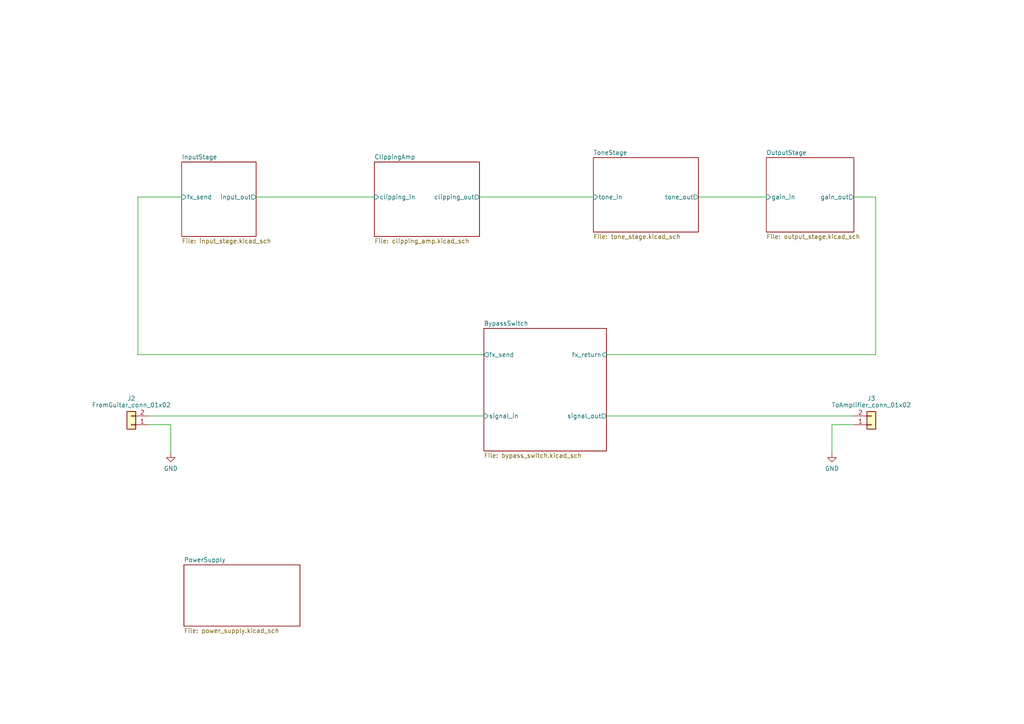
<source format=kicad_sch>
(kicad_sch (version 20230121) (generator eeschema)
  (paper "A4")
  (lib_symbols
    (symbol "Connector_Generic:Conn_01x02" (pin_names (offset 1.016) hide)
      (property "Reference" "J" (at 0 2.54 0))
      (property "Value" "Conn_01x02" (at 0 -5.08 0))
      (symbol "Conn_01x02_1_1"
        (rectangle (start -1.27 -2.413) (end 0 -2.667) (stroke (width 0.1524)))
        (rectangle (start -1.27 0.127) (end 0 -0.127) (stroke (width 0.1524)))
        (rectangle (start -1.27 1.27) (end 1.27 -3.81) (stroke (width 0.254)) (fill (type background)))
        (pin passive line (at -5.08 0 0) (length 3.81) (name "Pin_1") (number "1"))
        (pin passive line (at -5.08 -2.54 0) (length 3.81) (name "Pin_2") (number "2"))
      )
    )
    (symbol "power:GND" (power) (pin_names (offset 0))
      (property "Value" "GND" (at 0 -3.81 0))
      (symbol "GND_0_1"
        (polyline (pts (xy 0 0) (xy 0 -1.27) (xy 1.27 -1.27) (xy 0 -2.54) (xy -1.27 -1.27) (xy 0 -1.27)))
      )
      (symbol "GND_1_1"
        (pin power_in line (at 0 0 270) (length 0) hide (name "GND") (number "1"))
      )
    )
  )
  (wire (pts (xy 43.18 123.19) (xy 49.53 123.19)))
  (wire (pts (xy 175.895 120.65) (xy 247.65 120.65)))
  (wire (pts (xy 49.53 123.19) (xy 49.53 131.445)))
  (wire (pts (xy 74.295 57.15) (xy 108.585 57.15)))
  (wire (pts (xy 254 102.87) (xy 254 57.15)))
  (wire (pts (xy 202.565 57.15) (xy 222.25 57.15)))
  (wire (pts (xy 247.65 123.19) (xy 241.3 123.19)))
  (wire (pts (xy 40.005 57.15) (xy 52.705 57.15)))
  (wire (pts (xy 140.335 102.87) (xy 40.005 102.87)))
  (wire (pts (xy 43.18 120.65) (xy 140.335 120.65)))
  (wire (pts (xy 175.895 102.87) (xy 254 102.87)))
  (wire (pts (xy 139.065 57.15) (xy 172.085 57.15)))
  (wire (pts (xy 241.3 123.19) (xy 241.3 131.445)))
  (wire (pts (xy 247.65 57.15) (xy 254 57.15)))
  (wire (pts (xy 40.005 57.15) (xy 40.005 102.87)))
  (symbol (lib_id "Connector_Generic:Conn_01x02") (at 252.73 123.19 0) (mirror x) (unit 1)
    (property "Reference" "J3" (at 252.73 115.57 0))
    (property "Value" "ToAmplifier_conn_01x02" (at 252.73 117.475 0))
    (property "Footprint" "Connector_PinHeader_2.54mm:PinHeader_1x02_P2.54mm_Vertical" (effects hide))
  )
  (symbol (lib_id "Connector_Generic:Conn_01x02") (at 38.1 123.19 180) (unit 1)
    (property "Reference" "J2" (at 38.1 115.57 0))
    (property "Value" "FromGuitar_conn_01x02" (at 38.1 117.475 0))
    (property "Footprint" "Connector_PinHeader_2.54mm:PinHeader_1x02_P2.54mm_Vertical" (effects hide))
  )
  (symbol (lib_id "power:GND") (at 49.53 131.445 0) (unit 1)
    (property "Reference" "#PWR017" (effects hide))
    (property "Value" "GND" (at 49.53 135.89 0))
  )
  (symbol (lib_id "power:GND") (at 241.3 131.445 0) (mirror y) (unit 1)
    (property "Reference" "#PWR018" (effects hide))
    (property "Value" "GND" (at 241.3 135.89 0))
  )
  (sheet (at 52.705 46.99) (size 21.59 21.59) (stroke (width 0.1524))
    (property "Sheetname" "InputStage" (at 52.705 46.2784 0) (effects (justify left bottom)))
    (property "Sheetfile" "input_stage.kicad_sch" (at 52.705 69.1646 0) (effects (justify left top)))
    (pin "fx_send" input (at 52.705 57.15 180))
    (pin "input_out" output (at 74.295 57.15 0))
  )
  (sheet (at 108.585 46.99) (size 30.48 21.59) (stroke (width 0.1524))
    (property "Sheetname" "ClippingAmp" (at 108.585 46.2784 0) (effects (justify left bottom)))
    (property "Sheetfile" "clipping_amp.kicad_sch" (at 108.585 69.1646 0) (effects (justify left top)))
    (pin "clipping_in" input (at 108.585 57.15 180))
    (pin "clipping_out" output (at 139.065 57.15 0))
  )
  (sheet (at 140.335 95.25) (size 35.56 35.56) (stroke (width 0.1524))
    (property "Sheetname" "BypassSwitch" (at 140.335 94.5384 0) (effects (justify left bottom)))
    (property "Sheetfile" "bypass_switch.kicad_sch" (at 140.335 131.3946 0) (effects (justify left top)))
    (pin "signal_in" input (at 140.335 120.65 180))
    (pin "signal_out" output (at 175.895 120.65 0))
    (pin "fx_send" output (at 140.335 102.87 180))
    (pin "fx_return" input (at 175.895 102.87 0))
  )
  (sheet (at 53.34 163.83) (size 33.655 17.78) (stroke (width 0.1524))
    (property "Sheetname" "PowerSupply" (at 53.34 163.1184 0) (effects (justify left bottom)))
    (property "Sheetfile" "power_supply.kicad_sch" (at 53.34 182.1946 0) (effects (justify left top)))
  )
  (sheet (at 222.25 45.72) (size 25.4 21.59) (stroke (width 0.1524))
    (property "Sheetname" "OutputStage" (at 222.25 45.0084 0) (effects (justify left bottom)))
    (property "Sheetfile" "output_stage.kicad_sch" (at 222.25 67.8946 0) (effects (justify left top)))
    (pin "gain_out" output (at 247.65 57.15 0))
    (pin "gain_in" input (at 222.25 57.15 180))
  )
  (sheet (at 172.085 45.72) (size 30.48 21.59) (stroke (width 0.1524))
    (property "Sheetname" "ToneStage" (at 172.085 45.0084 0) (effects (justify left bottom)))
    (property "Sheetfile" "tone_stage.kicad_sch" (at 172.085 67.8946 0) (effects (justify left top)))
    (pin "tone_in" input (at 172.085 57.15 180))
    (pin "tone_out" output (at 202.565 57.15 0))
  )
)
</source>
